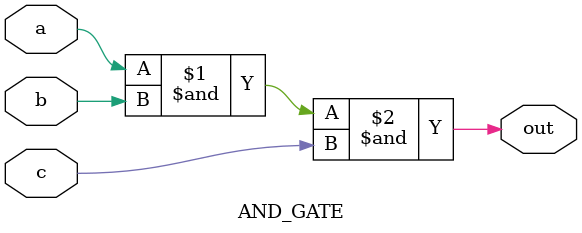
<source format=v>
module AND_GATE(a, b, c, out);
	input a, b, c;
	output out;

	assign out = (a & b) & c;
endmodule
</source>
